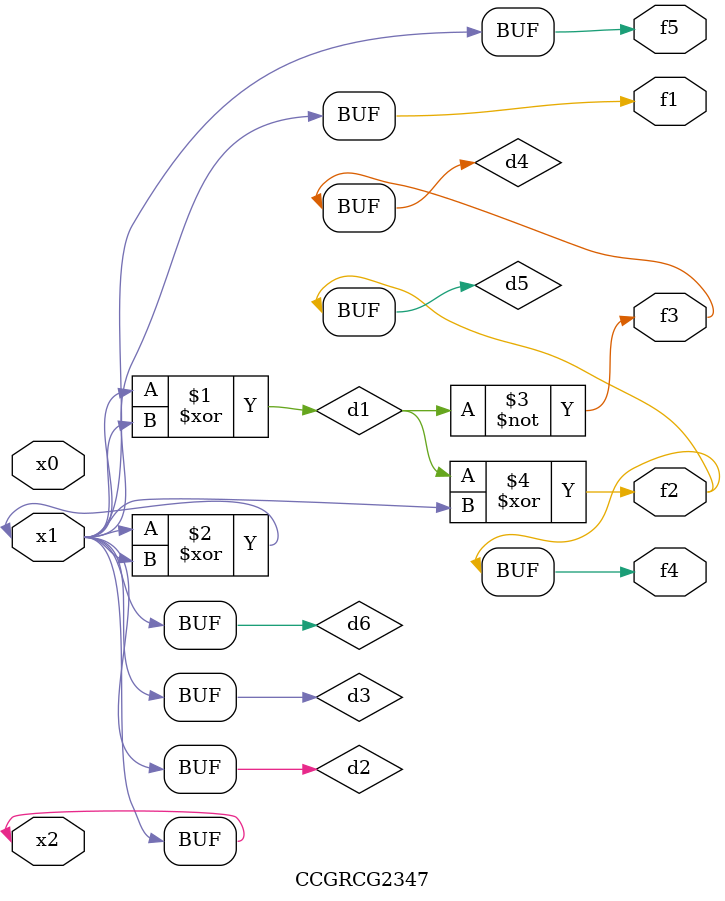
<source format=v>
module CCGRCG2347(
	input x0, x1, x2,
	output f1, f2, f3, f4, f5
);

	wire d1, d2, d3, d4, d5, d6;

	xor (d1, x1, x2);
	buf (d2, x1, x2);
	xor (d3, x1, x2);
	nor (d4, d1);
	xor (d5, d1, d2);
	buf (d6, d2, d3);
	assign f1 = d6;
	assign f2 = d5;
	assign f3 = d4;
	assign f4 = d5;
	assign f5 = d6;
endmodule

</source>
